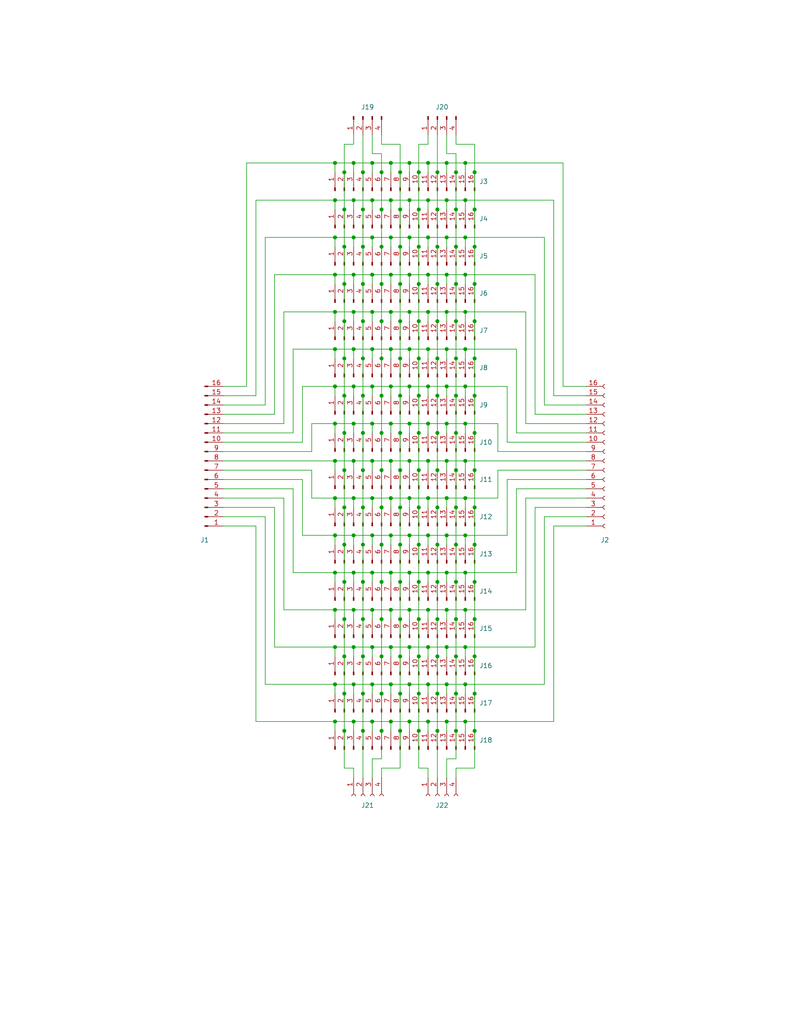
<source format=kicad_sch>
(kicad_sch (version 20230121) (generator eeschema)
  (paper "A" portrait)
  (lib_symbols
    (symbol "Connector:Conn_01x04_Pin" (pin_names (offset 1.016) hide)
      (property "Reference" "J" (at 0 5.08 0))
      (property "Value" "Conn_01x04_Pin" (at 0 -7.62 0))
      (symbol "Conn_01x04_Pin_1_1"
        (polyline (pts (xy 1.27 -5.08) (xy 0.8636 -5.08)) (stroke (width 0.1524)))
        (polyline (pts (xy 1.27 -2.54) (xy 0.8636 -2.54)) (stroke (width 0.1524)))
        (polyline (pts (xy 1.27 0) (xy 0.8636 0)) (stroke (width 0.1524)))
        (polyline (pts (xy 1.27 2.54) (xy 0.8636 2.54)) (stroke (width 0.1524)))
        (rectangle (start 0.8636 -4.953) (end 0 -5.207) (stroke (width 0.1524)) (fill (type outline)))
        (rectangle (start 0.8636 -2.413) (end 0 -2.667) (stroke (width 0.1524)) (fill (type outline)))
        (rectangle (start 0.8636 0.127) (end 0 -0.127) (stroke (width 0.1524)) (fill (type outline)))
        (rectangle (start 0.8636 2.667) (end 0 2.413) (stroke (width 0.1524)) (fill (type outline)))
        (pin passive line (at 5.08 2.54 180) (length 3.81) (name "Pin_1") (number "1"))
        (pin passive line (at 5.08 0 180) (length 3.81) (name "Pin_2") (number "2"))
        (pin passive line (at 5.08 -2.54 180) (length 3.81) (name "Pin_3") (number "3"))
        (pin passive line (at 5.08 -5.08 180) (length 3.81) (name "Pin_4") (number "4"))
      )
    )
    (symbol "Connector:Conn_01x04_Socket" (pin_names (offset 1.016) hide)
      (property "Reference" "J" (at 0 5.08 0))
      (property "Value" "Conn_01x04_Socket" (at 0 -7.62 0))
      (symbol "Conn_01x04_Socket_1_1"
        (arc (start 0 -4.572) (mid -0.5058 -5.08) (end 0 -5.588) (stroke (width 0.1524)))
        (arc (start 0 -2.032) (mid -0.5058 -2.54) (end 0 -3.048) (stroke (width 0.1524)))
        (polyline (pts (xy -1.27 -5.08) (xy -0.508 -5.08)) (stroke (width 0.1524)))
        (polyline (pts (xy -1.27 -2.54) (xy -0.508 -2.54)) (stroke (width 0.1524)))
        (polyline (pts (xy -1.27 0) (xy -0.508 0)) (stroke (width 0.1524)))
        (polyline (pts (xy -1.27 2.54) (xy -0.508 2.54)) (stroke (width 0.1524)))
        (arc (start 0 0.508) (mid -0.5058 0) (end 0 -0.508) (stroke (width 0.1524)))
        (arc (start 0 3.048) (mid -0.5058 2.54) (end 0 2.032) (stroke (width 0.1524)))
        (pin passive line (at -5.08 2.54 0) (length 3.81) (name "Pin_1") (number "1"))
        (pin passive line (at -5.08 0 0) (length 3.81) (name "Pin_2") (number "2"))
        (pin passive line (at -5.08 -2.54 0) (length 3.81) (name "Pin_3") (number "3"))
        (pin passive line (at -5.08 -5.08 0) (length 3.81) (name "Pin_4") (number "4"))
      )
    )
    (symbol "Connector:Conn_01x16_Pin" (pin_names (offset 1.016) hide)
      (property "Reference" "J" (at 0 20.32 0))
      (property "Value" "Conn_01x16_Pin" (at 0 -22.86 0))
      (symbol "Conn_01x16_Pin_1_1"
        (polyline (pts (xy 1.27 -20.32) (xy 0.8636 -20.32)) (stroke (width 0.1524)))
        (polyline (pts (xy 1.27 -17.78) (xy 0.8636 -17.78)) (stroke (width 0.1524)))
        (polyline (pts (xy 1.27 -15.24) (xy 0.8636 -15.24)) (stroke (width 0.1524)))
        (polyline (pts (xy 1.27 -12.7) (xy 0.8636 -12.7)) (stroke (width 0.1524)))
        (polyline (pts (xy 1.27 -10.16) (xy 0.8636 -10.16)) (stroke (width 0.1524)))
        (polyline (pts (xy 1.27 -7.62) (xy 0.8636 -7.62)) (stroke (width 0.1524)))
        (polyline (pts (xy 1.27 -5.08) (xy 0.8636 -5.08)) (stroke (width 0.1524)))
        (polyline (pts (xy 1.27 -2.54) (xy 0.8636 -2.54)) (stroke (width 0.1524)))
        (polyline (pts (xy 1.27 0) (xy 0.8636 0)) (stroke (width 0.1524)))
        (polyline (pts (xy 1.27 2.54) (xy 0.8636 2.54)) (stroke (width 0.1524)))
        (polyline (pts (xy 1.27 5.08) (xy 0.8636 5.08)) (stroke (width 0.1524)))
        (polyline (pts (xy 1.27 7.62) (xy 0.8636 7.62)) (stroke (width 0.1524)))
        (polyline (pts (xy 1.27 10.16) (xy 0.8636 10.16)) (stroke (width 0.1524)))
        (polyline (pts (xy 1.27 12.7) (xy 0.8636 12.7)) (stroke (width 0.1524)))
        (polyline (pts (xy 1.27 15.24) (xy 0.8636 15.24)) (stroke (width 0.1524)))
        (polyline (pts (xy 1.27 17.78) (xy 0.8636 17.78)) (stroke (width 0.1524)))
        (rectangle (start 0.8636 -20.193) (end 0 -20.447) (stroke (width 0.1524)) (fill (type outline)))
        (rectangle (start 0.8636 -17.653) (end 0 -17.907) (stroke (width 0.1524)) (fill (type outline)))
        (rectangle (start 0.8636 -15.113) (end 0 -15.367) (stroke (width 0.1524)) (fill (type outline)))
        (rectangle (start 0.8636 -12.573) (end 0 -12.827) (stroke (width 0.1524)) (fill (type outline)))
        (rectangle (start 0.8636 -10.033) (end 0 -10.287) (stroke (width 0.1524)) (fill (type outline)))
        (rectangle (start 0.8636 -7.493) (end 0 -7.747) (stroke (width 0.1524)) (fill (type outline)))
        (rectangle (start 0.8636 -4.953) (end 0 -5.207) (stroke (width 0.1524)) (fill (type outline)))
        (rectangle (start 0.8636 -2.413) (end 0 -2.667) (stroke (width 0.1524)) (fill (type outline)))
        (rectangle (start 0.8636 0.127) (end 0 -0.127) (stroke (width 0.1524)) (fill (type outline)))
        (rectangle (start 0.8636 2.667) (end 0 2.413) (stroke (width 0.1524)) (fill (type outline)))
        (rectangle (start 0.8636 5.207) (end 0 4.953) (stroke (width 0.1524)) (fill (type outline)))
        (rectangle (start 0.8636 7.747) (end 0 7.493) (stroke (width 0.1524)) (fill (type outline)))
        (rectangle (start 0.8636 10.287) (end 0 10.033) (stroke (width 0.1524)) (fill (type outline)))
        (rectangle (start 0.8636 12.827) (end 0 12.573) (stroke (width 0.1524)) (fill (type outline)))
        (rectangle (start 0.8636 15.367) (end 0 15.113) (stroke (width 0.1524)) (fill (type outline)))
        (rectangle (start 0.8636 17.907) (end 0 17.653) (stroke (width 0.1524)) (fill (type outline)))
        (pin passive line (at 5.08 17.78 180) (length 3.81) (name "Pin_1") (number "1"))
        (pin passive line (at 5.08 -5.08 180) (length 3.81) (name "Pin_10") (number "10"))
        (pin passive line (at 5.08 -7.62 180) (length 3.81) (name "Pin_11") (number "11"))
        (pin passive line (at 5.08 -10.16 180) (length 3.81) (name "Pin_12") (number "12"))
        (pin passive line (at 5.08 -12.7 180) (length 3.81) (name "Pin_13") (number "13"))
        (pin passive line (at 5.08 -15.24 180) (length 3.81) (name "Pin_14") (number "14"))
        (pin passive line (at 5.08 -17.78 180) (length 3.81) (name "Pin_15") (number "15"))
        (pin passive line (at 5.08 -20.32 180) (length 3.81) (name "Pin_16") (number "16"))
        (pin passive line (at 5.08 15.24 180) (length 3.81) (name "Pin_2") (number "2"))
        (pin passive line (at 5.08 12.7 180) (length 3.81) (name "Pin_3") (number "3"))
        (pin passive line (at 5.08 10.16 180) (length 3.81) (name "Pin_4") (number "4"))
        (pin passive line (at 5.08 7.62 180) (length 3.81) (name "Pin_5") (number "5"))
        (pin passive line (at 5.08 5.08 180) (length 3.81) (name "Pin_6") (number "6"))
        (pin passive line (at 5.08 2.54 180) (length 3.81) (name "Pin_7") (number "7"))
        (pin passive line (at 5.08 0 180) (length 3.81) (name "Pin_8") (number "8"))
        (pin passive line (at 5.08 -2.54 180) (length 3.81) (name "Pin_9") (number "9"))
      )
    )
    (symbol "Connector:Conn_01x16_Socket" (pin_names (offset 1.016) hide)
      (property "Reference" "J" (at 0 20.32 0))
      (property "Value" "Conn_01x16_Socket" (at 0 -22.86 0))
      (symbol "Conn_01x16_Socket_1_1"
        (arc (start 0 -19.812) (mid -0.5058 -20.32) (end 0 -20.828) (stroke (width 0.1524)))
        (arc (start 0 -17.272) (mid -0.5058 -17.78) (end 0 -18.288) (stroke (width 0.1524)))
        (arc (start 0 -14.732) (mid -0.5058 -15.24) (end 0 -15.748) (stroke (width 0.1524)))
        (arc (start 0 -12.192) (mid -0.5058 -12.7) (end 0 -13.208) (stroke (width 0.1524)))
        (arc (start 0 -9.652) (mid -0.5058 -10.16) (end 0 -10.668) (stroke (width 0.1524)))
        (arc (start 0 -7.112) (mid -0.5058 -7.62) (end 0 -8.128) (stroke (width 0.1524)))
        (arc (start 0 -4.572) (mid -0.5058 -5.08) (end 0 -5.588) (stroke (width 0.1524)))
        (arc (start 0 -2.032) (mid -0.5058 -2.54) (end 0 -3.048) (stroke (width 0.1524)))
        (polyline (pts (xy -1.27 -20.32) (xy -0.508 -20.32)) (stroke (width 0.1524)))
        (polyline (pts (xy -1.27 -17.78) (xy -0.508 -17.78)) (stroke (width 0.1524)))
        (polyline (pts (xy -1.27 -15.24) (xy -0.508 -15.24)) (stroke (width 0.1524)))
        (polyline (pts (xy -1.27 -12.7) (xy -0.508 -12.7)) (stroke (width 0.1524)))
        (polyline (pts (xy -1.27 -10.16) (xy -0.508 -10.16)) (stroke (width 0.1524)))
        (polyline (pts (xy -1.27 -7.62) (xy -0.508 -7.62)) (stroke (width 0.1524)))
        (polyline (pts (xy -1.27 -5.08) (xy -0.508 -5.08)) (stroke (width 0.1524)))
        (polyline (pts (xy -1.27 -2.54) (xy -0.508 -2.54)) (stroke (width 0.1524)))
        (polyline (pts (xy -1.27 0) (xy -0.508 0)) (stroke (width 0.1524)))
        (polyline (pts (xy -1.27 2.54) (xy -0.508 2.54)) (stroke (width 0.1524)))
        (polyline (pts (xy -1.27 5.08) (xy -0.508 5.08)) (stroke (width 0.1524)))
        (polyline (pts (xy -1.27 7.62) (xy -0.508 7.62)) (stroke (width 0.1524)))
        (polyline (pts (xy -1.27 10.16) (xy -0.508 10.16)) (stroke (width 0.1524)))
        (polyline (pts (xy -1.27 12.7) (xy -0.508 12.7)) (stroke (width 0.1524)))
        (polyline (pts (xy -1.27 15.24) (xy -0.508 15.24)) (stroke (width 0.1524)))
        (polyline (pts (xy -1.27 17.78) (xy -0.508 17.78)) (stroke (width 0.1524)))
        (arc (start 0 0.508) (mid -0.5058 0) (end 0 -0.508) (stroke (width 0.1524)))
        (arc (start 0 3.048) (mid -0.5058 2.54) (end 0 2.032) (stroke (width 0.1524)))
        (arc (start 0 5.588) (mid -0.5058 5.08) (end 0 4.572) (stroke (width 0.1524)))
        (arc (start 0 8.128) (mid -0.5058 7.62) (end 0 7.112) (stroke (width 0.1524)))
        (arc (start 0 10.668) (mid -0.5058 10.16) (end 0 9.652) (stroke (width 0.1524)))
        (arc (start 0 13.208) (mid -0.5058 12.7) (end 0 12.192) (stroke (width 0.1524)))
        (arc (start 0 15.748) (mid -0.5058 15.24) (end 0 14.732) (stroke (width 0.1524)))
        (arc (start 0 18.288) (mid -0.5058 17.78) (end 0 17.272) (stroke (width 0.1524)))
        (pin passive line (at -5.08 17.78 0) (length 3.81) (name "Pin_1") (number "1"))
        (pin passive line (at -5.08 -5.08 0) (length 3.81) (name "Pin_10") (number "10"))
        (pin passive line (at -5.08 -7.62 0) (length 3.81) (name "Pin_11") (number "11"))
        (pin passive line (at -5.08 -10.16 0) (length 3.81) (name "Pin_12") (number "12"))
        (pin passive line (at -5.08 -12.7 0) (length 3.81) (name "Pin_13") (number "13"))
        (pin passive line (at -5.08 -15.24 0) (length 3.81) (name "Pin_14") (number "14"))
        (pin passive line (at -5.08 -17.78 0) (length 3.81) (name "Pin_15") (number "15"))
        (pin passive line (at -5.08 -20.32 0) (length 3.81) (name "Pin_16") (number "16"))
        (pin passive line (at -5.08 15.24 0) (length 3.81) (name "Pin_2") (number "2"))
        (pin passive line (at -5.08 12.7 0) (length 3.81) (name "Pin_3") (number "3"))
        (pin passive line (at -5.08 10.16 0) (length 3.81) (name "Pin_4") (number "4"))
        (pin passive line (at -5.08 7.62 0) (length 3.81) (name "Pin_5") (number "5"))
        (pin passive line (at -5.08 5.08 0) (length 3.81) (name "Pin_6") (number "6"))
        (pin passive line (at -5.08 2.54 0) (length 3.81) (name "Pin_7") (number "7"))
        (pin passive line (at -5.08 0 0) (length 3.81) (name "Pin_8") (number "8"))
        (pin passive line (at -5.08 -2.54 0) (length 3.81) (name "Pin_9") (number "9"))
      )
    )
  )
  (junction (at 129.54 148.59))
  (junction (at 114.3 67.31))
  (junction (at 99.06 87.63))
  (junction (at 129.54 168.91))
  (junction (at 104.14 199.39))
  (junction (at 129.54 118.11))
  (junction (at 109.22 77.47))
  (junction (at 111.76 166.37))
  (junction (at 116.84 105.41))
  (junction (at 129.54 128.27))
  (junction (at 121.92 186.69))
  (junction (at 121.92 95.25))
  (junction (at 109.22 46.99))
  (junction (at 93.98 168.91))
  (junction (at 109.22 168.91))
  (junction (at 116.84 156.21))
  (junction (at 91.44 115.57))
  (junction (at 111.76 74.93))
  (junction (at 101.6 125.73))
  (junction (at 114.3 46.99))
  (junction (at 111.76 54.61))
  (junction (at 96.52 85.09))
  (junction (at 129.54 107.95))
  (junction (at 111.76 156.21))
  (junction (at 121.92 115.57))
  (junction (at 127 85.09))
  (junction (at 116.84 115.57))
  (junction (at 124.46 77.47))
  (junction (at 106.68 125.73))
  (junction (at 129.54 57.15))
  (junction (at 114.3 199.39))
  (junction (at 114.3 77.47))
  (junction (at 127 135.89))
  (junction (at 127 196.85))
  (junction (at 114.3 87.63))
  (junction (at 116.84 85.09))
  (junction (at 91.44 146.05))
  (junction (at 104.14 179.07))
  (junction (at 106.68 54.61))
  (junction (at 109.22 189.23))
  (junction (at 109.22 57.15))
  (junction (at 99.06 97.79))
  (junction (at 127 115.57))
  (junction (at 111.76 64.77))
  (junction (at 96.52 74.93))
  (junction (at 111.76 176.53))
  (junction (at 93.98 189.23))
  (junction (at 116.84 44.45))
  (junction (at 93.98 118.11))
  (junction (at 119.38 57.15))
  (junction (at 127 105.41))
  (junction (at 114.3 107.95))
  (junction (at 96.52 196.85))
  (junction (at 116.84 95.25))
  (junction (at 124.46 199.39))
  (junction (at 101.6 196.85))
  (junction (at 96.52 115.57))
  (junction (at 93.98 97.79))
  (junction (at 96.52 54.61))
  (junction (at 124.46 158.75))
  (junction (at 106.68 105.41))
  (junction (at 119.38 77.47))
  (junction (at 121.92 105.41))
  (junction (at 124.46 179.07))
  (junction (at 101.6 44.45))
  (junction (at 121.92 146.05))
  (junction (at 101.6 85.09))
  (junction (at 124.46 148.59))
  (junction (at 127 156.21))
  (junction (at 109.22 107.95))
  (junction (at 111.76 125.73))
  (junction (at 124.46 97.79))
  (junction (at 119.38 189.23))
  (junction (at 101.6 166.37))
  (junction (at 116.84 64.77))
  (junction (at 114.3 158.75))
  (junction (at 101.6 54.61))
  (junction (at 99.06 189.23))
  (junction (at 96.52 176.53))
  (junction (at 104.14 158.75))
  (junction (at 114.3 57.15))
  (junction (at 91.44 156.21))
  (junction (at 96.52 105.41))
  (junction (at 127 166.37))
  (junction (at 114.3 128.27))
  (junction (at 124.46 107.95))
  (junction (at 127 54.61))
  (junction (at 109.22 138.43))
  (junction (at 116.84 196.85))
  (junction (at 104.14 138.43))
  (junction (at 99.06 57.15))
  (junction (at 104.14 148.59))
  (junction (at 99.06 199.39))
  (junction (at 104.14 189.23))
  (junction (at 91.44 125.73))
  (junction (at 119.38 46.99))
  (junction (at 124.46 168.91))
  (junction (at 111.76 186.69))
  (junction (at 96.52 95.25))
  (junction (at 96.52 146.05))
  (junction (at 109.22 87.63))
  (junction (at 104.14 168.91))
  (junction (at 124.46 128.27))
  (junction (at 101.6 95.25))
  (junction (at 93.98 199.39))
  (junction (at 96.52 125.73))
  (junction (at 127 74.93))
  (junction (at 114.3 118.11))
  (junction (at 93.98 158.75))
  (junction (at 99.06 77.47))
  (junction (at 119.38 97.79))
  (junction (at 114.3 189.23))
  (junction (at 124.46 46.99))
  (junction (at 111.76 95.25))
  (junction (at 93.98 138.43))
  (junction (at 101.6 135.89))
  (junction (at 104.14 107.95))
  (junction (at 124.46 118.11))
  (junction (at 119.38 158.75))
  (junction (at 91.44 196.85))
  (junction (at 109.22 148.59))
  (junction (at 119.38 199.39))
  (junction (at 99.06 107.95))
  (junction (at 91.44 176.53))
  (junction (at 129.54 179.07))
  (junction (at 129.54 77.47))
  (junction (at 127 125.73))
  (junction (at 101.6 64.77))
  (junction (at 111.76 44.45))
  (junction (at 124.46 67.31))
  (junction (at 99.06 128.27))
  (junction (at 114.3 168.91))
  (junction (at 119.38 118.11))
  (junction (at 104.14 77.47))
  (junction (at 119.38 67.31))
  (junction (at 109.22 128.27))
  (junction (at 127 64.77))
  (junction (at 121.92 196.85))
  (junction (at 106.68 135.89))
  (junction (at 91.44 44.45))
  (junction (at 111.76 85.09))
  (junction (at 121.92 176.53))
  (junction (at 91.44 95.25))
  (junction (at 91.44 135.89))
  (junction (at 99.06 67.31))
  (junction (at 119.38 138.43))
  (junction (at 99.06 118.11))
  (junction (at 93.98 179.07))
  (junction (at 121.92 74.93))
  (junction (at 93.98 107.95))
  (junction (at 119.38 87.63))
  (junction (at 91.44 186.69))
  (junction (at 129.54 138.43))
  (junction (at 106.68 44.45))
  (junction (at 106.68 176.53))
  (junction (at 127 176.53))
  (junction (at 104.14 57.15))
  (junction (at 99.06 138.43))
  (junction (at 127 95.25))
  (junction (at 116.84 125.73))
  (junction (at 93.98 128.27))
  (junction (at 111.76 115.57))
  (junction (at 114.3 148.59))
  (junction (at 116.84 74.93))
  (junction (at 121.92 125.73))
  (junction (at 109.22 179.07))
  (junction (at 106.68 115.57))
  (junction (at 99.06 158.75))
  (junction (at 121.92 64.77))
  (junction (at 109.22 118.11))
  (junction (at 114.3 179.07))
  (junction (at 101.6 146.05))
  (junction (at 96.52 64.77))
  (junction (at 106.68 156.21))
  (junction (at 129.54 158.75))
  (junction (at 111.76 146.05))
  (junction (at 129.54 189.23))
  (junction (at 124.46 189.23))
  (junction (at 124.46 57.15))
  (junction (at 101.6 176.53))
  (junction (at 101.6 105.41))
  (junction (at 116.84 146.05))
  (junction (at 106.68 166.37))
  (junction (at 96.52 156.21))
  (junction (at 104.14 128.27))
  (junction (at 109.22 67.31))
  (junction (at 91.44 166.37))
  (junction (at 109.22 158.75))
  (junction (at 121.92 156.21))
  (junction (at 104.14 46.99))
  (junction (at 104.14 87.63))
  (junction (at 106.68 186.69))
  (junction (at 119.38 168.91))
  (junction (at 93.98 77.47))
  (junction (at 104.14 67.31))
  (junction (at 96.52 166.37))
  (junction (at 101.6 156.21))
  (junction (at 96.52 135.89))
  (junction (at 124.46 87.63))
  (junction (at 111.76 135.89))
  (junction (at 111.76 105.41))
  (junction (at 109.22 199.39))
  (junction (at 101.6 74.93))
  (junction (at 129.54 97.79))
  (junction (at 106.68 196.85))
  (junction (at 116.84 176.53))
  (junction (at 127 146.05))
  (junction (at 99.06 148.59))
  (junction (at 96.52 186.69))
  (junction (at 129.54 67.31))
  (junction (at 114.3 138.43))
  (junction (at 119.38 179.07))
  (junction (at 91.44 74.93))
  (junction (at 116.84 186.69))
  (junction (at 104.14 118.11))
  (junction (at 106.68 95.25))
  (junction (at 99.06 179.07))
  (junction (at 93.98 87.63))
  (junction (at 121.92 44.45))
  (junction (at 91.44 85.09))
  (junction (at 93.98 57.15))
  (junction (at 127 186.69))
  (junction (at 99.06 168.91))
  (junction (at 101.6 115.57))
  (junction (at 121.92 166.37))
  (junction (at 101.6 186.69))
  (junction (at 127 44.45))
  (junction (at 129.54 199.39))
  (junction (at 106.68 85.09))
  (junction (at 129.54 87.63))
  (junction (at 116.84 54.61))
  (junction (at 121.92 54.61))
  (junction (at 96.52 44.45))
  (junction (at 116.84 135.89))
  (junction (at 93.98 46.99))
  (junction (at 121.92 85.09))
  (junction (at 119.38 148.59))
  (junction (at 116.84 166.37))
  (junction (at 104.14 97.79))
  (junction (at 93.98 67.31))
  (junction (at 91.44 64.77))
  (junction (at 106.68 146.05))
  (junction (at 129.54 46.99))
  (junction (at 91.44 54.61))
  (junction (at 124.46 138.43))
  (junction (at 111.76 196.85))
  (junction (at 99.06 46.99))
  (junction (at 93.98 148.59))
  (junction (at 114.3 97.79))
  (junction (at 91.44 105.41))
  (junction (at 109.22 97.79))
  (junction (at 106.68 64.77))
  (junction (at 106.68 74.93))
  (junction (at 121.92 135.89))
  (junction (at 119.38 128.27))
  (junction (at 119.38 107.95))
  (wire (pts (xy 111.76 176.53) (xy 116.84 176.53)))
  (wire (pts (xy 111.76 186.69) (xy 116.84 186.69)))
  (wire (pts (xy 127 196.85) (xy 127 199.39)))
  (wire (pts (xy 114.3 199.39) (xy 114.3 209.55)))
  (wire (pts (xy 93.98 179.07) (xy 93.98 189.23)))
  (wire (pts (xy 127 85.09) (xy 127 87.63)))
  (wire (pts (xy 99.06 189.23) (xy 99.06 199.39)))
  (wire (pts (xy 121.92 74.93) (xy 127 74.93)))
  (wire (pts (xy 77.47 115.57) (xy 60.96 115.57)))
  (wire (pts (xy 116.84 209.55) (xy 114.3 209.55)))
  (wire (pts (xy 106.68 176.53) (xy 106.68 179.07)))
  (wire (pts (xy 121.92 95.25) (xy 121.92 97.79)))
  (wire (pts (xy 101.6 135.89) (xy 101.6 138.43)))
  (wire (pts (xy 80.01 133.35) (xy 80.01 156.21)))
  (wire (pts (xy 114.3 168.91) (xy 114.3 179.07)))
  (wire (pts (xy 127 95.25) (xy 140.97 95.25)))
  (wire (pts (xy 101.6 146.05) (xy 106.68 146.05)))
  (wire (pts (xy 160.02 138.43) (xy 146.05 138.43)))
  (wire (pts (xy 91.44 146.05) (xy 91.44 148.59)))
  (wire (pts (xy 106.68 54.61) (xy 111.76 54.61)))
  (wire (pts (xy 124.46 158.75) (xy 124.46 168.91)))
  (wire (pts (xy 96.52 85.09) (xy 101.6 85.09)))
  (wire (pts (xy 93.98 57.15) (xy 93.98 67.31)))
  (wire (pts (xy 104.14 107.95) (xy 104.14 118.11)))
  (wire (pts (xy 124.46 199.39) (xy 124.46 207.01)))
  (wire (pts (xy 124.46 128.27) (xy 124.46 138.43)))
  (wire (pts (xy 116.84 115.57) (xy 121.92 115.57)))
  (wire (pts (xy 91.44 186.69) (xy 91.44 189.23)))
  (wire (pts (xy 96.52 54.61) (xy 96.52 57.15)))
  (wire (pts (xy 121.92 41.91) (xy 124.46 41.91)))
  (wire (pts (xy 114.3 39.37) (xy 114.3 46.99)))
  (wire (pts (xy 106.68 115.57) (xy 106.68 118.11)))
  (wire (pts (xy 109.22 148.59) (xy 109.22 158.75)))
  (wire (pts (xy 104.14 158.75) (xy 104.14 168.91)))
  (wire (pts (xy 72.39 140.97) (xy 60.96 140.97)))
  (wire (pts (xy 85.09 115.57) (xy 91.44 115.57)))
  (wire (pts (xy 106.68 135.89) (xy 106.68 138.43)))
  (wire (pts (xy 96.52 54.61) (xy 101.6 54.61)))
  (wire (pts (xy 99.06 46.99) (xy 99.06 57.15)))
  (wire (pts (xy 111.76 135.89) (xy 116.84 135.89)))
  (wire (pts (xy 69.85 196.85) (xy 91.44 196.85)))
  (wire (pts (xy 121.92 115.57) (xy 127 115.57)))
  (wire (pts (xy 77.47 85.09) (xy 77.47 115.57)))
  (wire (pts (xy 93.98 189.23) (xy 93.98 199.39)))
  (wire (pts (xy 127 74.93) (xy 127 77.47)))
  (wire (pts (xy 106.68 146.05) (xy 111.76 146.05)))
  (wire (pts (xy 104.14 118.11) (xy 104.14 128.27)))
  (wire (pts (xy 121.92 176.53) (xy 121.92 179.07)))
  (wire (pts (xy 127 186.69) (xy 127 189.23)))
  (wire (pts (xy 119.38 199.39) (xy 119.38 212.09)))
  (wire (pts (xy 111.76 146.05) (xy 111.76 148.59)))
  (wire (pts (xy 93.98 77.47) (xy 93.98 87.63)))
  (wire (pts (xy 111.76 115.57) (xy 111.76 118.11)))
  (wire (pts (xy 124.46 87.63) (xy 124.46 97.79)))
  (wire (pts (xy 129.54 39.37) (xy 129.54 46.99)))
  (wire (pts (xy 80.01 118.11) (xy 80.01 95.25)))
  (wire (pts (xy 101.6 125.73) (xy 106.68 125.73)))
  (wire (pts (xy 129.54 168.91) (xy 129.54 179.07)))
  (wire (pts (xy 85.09 128.27) (xy 85.09 135.89)))
  (wire (pts (xy 127 44.45) (xy 153.67 44.45)))
  (wire (pts (xy 96.52 135.89) (xy 101.6 135.89)))
  (wire (pts (xy 146.05 113.03) (xy 146.05 74.93)))
  (wire (pts (xy 124.46 107.95) (xy 124.46 118.11)))
  (wire (pts (xy 91.44 64.77) (xy 91.44 67.31)))
  (wire (pts (xy 60.96 118.11) (xy 80.01 118.11)))
  (wire (pts (xy 101.6 166.37) (xy 101.6 168.91)))
  (wire (pts (xy 106.68 135.89) (xy 111.76 135.89)))
  (wire (pts (xy 104.14 179.07) (xy 104.14 189.23)))
  (wire (pts (xy 121.92 105.41) (xy 121.92 107.95)))
  (wire (pts (xy 143.51 135.89) (xy 160.02 135.89)))
  (wire (pts (xy 96.52 186.69) (xy 96.52 189.23)))
  (wire (pts (xy 104.14 87.63) (xy 104.14 97.79)))
  (wire (pts (xy 93.98 87.63) (xy 93.98 97.79)))
  (wire (pts (xy 129.54 199.39) (xy 129.54 209.55)))
  (wire (pts (xy 160.02 133.35) (xy 140.97 133.35)))
  (wire (pts (xy 116.84 54.61) (xy 116.84 57.15)))
  (wire (pts (xy 124.46 39.37) (xy 129.54 39.37)))
  (wire (pts (xy 114.3 138.43) (xy 114.3 148.59)))
  (wire (pts (xy 124.46 179.07) (xy 124.46 189.23)))
  (wire (pts (xy 99.06 107.95) (xy 99.06 118.11)))
  (wire (pts (xy 91.44 166.37) (xy 96.52 166.37)))
  (wire (pts (xy 111.76 166.37) (xy 116.84 166.37)))
  (wire (pts (xy 119.38 36.83) (xy 119.38 46.99)))
  (wire (pts (xy 96.52 115.57) (xy 96.52 118.11)))
  (wire (pts (xy 160.02 107.95) (xy 151.13 107.95)))
  (wire (pts (xy 121.92 186.69) (xy 121.92 189.23)))
  (wire (pts (xy 104.14 36.83) (xy 104.14 39.37)))
  (wire (pts (xy 119.38 46.99) (xy 119.38 57.15)))
  (wire (pts (xy 109.22 46.99) (xy 109.22 57.15)))
  (wire (pts (xy 99.06 57.15) (xy 99.06 67.31)))
  (wire (pts (xy 101.6 186.69) (xy 101.6 189.23)))
  (wire (pts (xy 111.76 95.25) (xy 116.84 95.25)))
  (wire (pts (xy 106.68 74.93) (xy 111.76 74.93)))
  (wire (pts (xy 111.76 196.85) (xy 111.76 199.39)))
  (wire (pts (xy 109.22 57.15) (xy 109.22 67.31)))
  (wire (pts (xy 116.84 186.69) (xy 116.84 189.23)))
  (wire (pts (xy 116.84 146.05) (xy 121.92 146.05)))
  (wire (pts (xy 127 64.77) (xy 148.59 64.77)))
  (wire (pts (xy 96.52 156.21) (xy 96.52 158.75)))
  (wire (pts (xy 101.6 74.93) (xy 106.68 74.93)))
  (wire (pts (xy 129.54 97.79) (xy 129.54 107.95)))
  (wire (pts (xy 101.6 156.21) (xy 106.68 156.21)))
  (wire (pts (xy 121.92 85.09) (xy 121.92 87.63)))
  (wire (pts (xy 106.68 196.85) (xy 106.68 199.39)))
  (wire (pts (xy 116.84 166.37) (xy 121.92 166.37)))
  (wire (pts (xy 106.68 146.05) (xy 106.68 148.59)))
  (wire (pts (xy 127 156.21) (xy 127 158.75)))
  (wire (pts (xy 116.84 85.09) (xy 121.92 85.09)))
  (wire (pts (xy 74.93 138.43) (xy 74.93 176.53)))
  (wire (pts (xy 104.14 57.15) (xy 104.14 67.31)))
  (wire (pts (xy 96.52 74.93) (xy 101.6 74.93)))
  (wire (pts (xy 121.92 105.41) (xy 127 105.41)))
  (wire (pts (xy 91.44 135.89) (xy 91.44 138.43)))
  (wire (pts (xy 151.13 143.51) (xy 151.13 196.85)))
  (wire (pts (xy 127 125.73) (xy 160.02 125.73)))
  (wire (pts (xy 91.44 95.25) (xy 91.44 97.79)))
  (wire (pts (xy 93.98 118.11) (xy 93.98 128.27)))
  (wire (pts (xy 146.05 138.43) (xy 146.05 176.53)))
  (wire (pts (xy 104.14 209.55) (xy 109.22 209.55)))
  (wire (pts (xy 116.84 39.37) (xy 114.3 39.37)))
  (wire (pts (xy 111.76 146.05) (xy 116.84 146.05)))
  (wire (pts (xy 106.68 125.73) (xy 111.76 125.73)))
  (wire (pts (xy 104.14 128.27) (xy 104.14 138.43)))
  (wire (pts (xy 106.68 186.69) (xy 106.68 189.23)))
  (wire (pts (xy 77.47 166.37) (xy 91.44 166.37)))
  (wire (pts (xy 72.39 186.69) (xy 91.44 186.69)))
  (wire (pts (xy 96.52 212.09) (xy 96.52 209.55)))
  (wire (pts (xy 101.6 135.89) (xy 106.68 135.89)))
  (wire (pts (xy 91.44 105.41) (xy 91.44 107.95)))
  (wire (pts (xy 135.89 128.27) (xy 135.89 135.89)))
  (wire (pts (xy 116.84 115.57) (xy 116.84 118.11)))
  (wire (pts (xy 91.44 186.69) (xy 96.52 186.69)))
  (wire (pts (xy 109.22 118.11) (xy 109.22 128.27)))
  (wire (pts (xy 82.55 130.81) (xy 82.55 146.05)))
  (wire (pts (xy 77.47 135.89) (xy 60.96 135.89)))
  (wire (pts (xy 116.84 105.41) (xy 116.84 107.95)))
  (wire (pts (xy 114.3 189.23) (xy 114.3 199.39)))
  (wire (pts (xy 116.84 156.21) (xy 116.84 158.75)))
  (wire (pts (xy 127 54.61) (xy 151.13 54.61)))
  (wire (pts (xy 111.76 85.09) (xy 116.84 85.09)))
  (wire (pts (xy 106.68 105.41) (xy 106.68 107.95)))
  (wire (pts (xy 111.76 64.77) (xy 116.84 64.77)))
  (wire (pts (xy 116.84 95.25) (xy 121.92 95.25)))
  (wire (pts (xy 114.3 118.11) (xy 114.3 128.27)))
  (wire (pts (xy 129.54 118.11) (xy 129.54 128.27)))
  (wire (pts (xy 99.06 97.79) (xy 99.06 107.95)))
  (wire (pts (xy 91.44 115.57) (xy 91.44 118.11)))
  (wire (pts (xy 121.92 135.89) (xy 127 135.89)))
  (wire (pts (xy 91.44 64.77) (xy 96.52 64.77)))
  (wire (pts (xy 91.44 95.25) (xy 96.52 95.25)))
  (wire (pts (xy 129.54 87.63) (xy 129.54 97.79)))
  (wire (pts (xy 101.6 186.69) (xy 106.68 186.69)))
  (wire (pts (xy 138.43 130.81) (xy 138.43 146.05)))
  (wire (pts (xy 111.76 135.89) (xy 111.76 138.43)))
  (wire (pts (xy 111.76 196.85) (xy 116.84 196.85)))
  (wire (pts (xy 129.54 148.59) (xy 129.54 158.75)))
  (wire (pts (xy 99.06 148.59) (xy 99.06 158.75)))
  (wire (pts (xy 74.93 176.53) (xy 91.44 176.53)))
  (wire (pts (xy 109.22 87.63) (xy 109.22 97.79)))
  (wire (pts (xy 82.55 105.41) (xy 82.55 120.65)))
  (wire (pts (xy 93.98 128.27) (xy 93.98 138.43)))
  (wire (pts (xy 93.98 158.75) (xy 93.98 168.91)))
  (wire (pts (xy 116.84 64.77) (xy 121.92 64.77)))
  (wire (pts (xy 114.3 67.31) (xy 114.3 77.47)))
  (wire (pts (xy 101.6 36.83) (xy 101.6 41.91)))
  (wire (pts (xy 96.52 166.37) (xy 101.6 166.37)))
  (wire (pts (xy 143.51 166.37) (xy 143.51 135.89)))
  (wire (pts (xy 121.92 54.61) (xy 127 54.61)))
  (wire (pts (xy 124.46 148.59) (xy 124.46 158.75)))
  (wire (pts (xy 106.68 166.37) (xy 106.68 168.91)))
  (wire (pts (xy 124.46 77.47) (xy 124.46 87.63)))
  (wire (pts (xy 116.84 166.37) (xy 116.84 168.91)))
  (wire (pts (xy 72.39 64.77) (xy 72.39 110.49)))
  (wire (pts (xy 101.6 207.01) (xy 104.14 207.01)))
  (wire (pts (xy 124.46 138.43) (xy 124.46 148.59)))
  (wire (pts (xy 116.84 44.45) (xy 116.84 46.99)))
  (wire (pts (xy 124.46 36.83) (xy 124.46 39.37)))
  (wire (pts (xy 111.76 54.61) (xy 111.76 57.15)))
  (wire (pts (xy 121.92 64.77) (xy 127 64.77)))
  (wire (pts (xy 116.84 146.05) (xy 116.84 148.59)))
  (wire (pts (xy 96.52 196.85) (xy 96.52 199.39)))
  (wire (pts (xy 121.92 95.25) (xy 127 95.25)))
  (wire (pts (xy 93.98 67.31) (xy 93.98 77.47)))
  (wire (pts (xy 111.76 156.21) (xy 116.84 156.21)))
  (wire (pts (xy 116.84 135.89) (xy 121.92 135.89)))
  (wire (pts (xy 104.14 189.23) (xy 104.14 199.39)))
  (wire (pts (xy 74.93 74.93) (xy 91.44 74.93)))
  (wire (pts (xy 116.84 196.85) (xy 116.84 199.39)))
  (wire (pts (xy 121.92 186.69) (xy 127 186.69)))
  (wire (pts (xy 127 146.05) (xy 127 148.59)))
  (wire (pts (xy 104.14 77.47) (xy 104.14 87.63)))
  (wire (pts (xy 60.96 107.95) (xy 69.85 107.95)))
  (wire (pts (xy 96.52 74.93) (xy 96.52 77.47)))
  (wire (pts (xy 124.46 189.23) (xy 124.46 199.39)))
  (wire (pts (xy 127 115.57) (xy 135.89 115.57)))
  (wire (pts (xy 114.3 148.59) (xy 114.3 158.75)))
  (wire (pts (xy 111.76 105.41) (xy 111.76 107.95)))
  (wire (pts (xy 101.6 196.85) (xy 101.6 199.39)))
  (wire (pts (xy 129.54 128.27) (xy 129.54 138.43)))
  (wire (pts (xy 121.92 44.45) (xy 121.92 46.99)))
  (wire (pts (xy 106.68 196.85) (xy 111.76 196.85)))
  (wire (pts (xy 129.54 189.23) (xy 129.54 199.39)))
  (wire (pts (xy 140.97 133.35) (xy 140.97 156.21)))
  (wire (pts (xy 60.96 143.51) (xy 69.85 143.51)))
  (wire (pts (xy 127 135.89) (xy 135.89 135.89)))
  (wire (pts (xy 93.98 138.43) (xy 93.98 148.59)))
  (wire (pts (xy 91.44 156.21) (xy 96.52 156.21)))
  (wire (pts (xy 129.54 107.95) (xy 129.54 118.11)))
  (wire (pts (xy 91.44 44.45) (xy 91.44 46.99)))
  (wire (pts (xy 121.92 196.85) (xy 127 196.85)))
  (wire (pts (xy 104.14 212.09) (xy 104.14 209.55)))
  (wire (pts (xy 129.54 158.75) (xy 129.54 168.91)))
  (wire (pts (xy 116.84 74.93) (xy 121.92 74.93)))
  (wire (pts (xy 60.96 128.27) (xy 85.09 128.27)))
  (wire (pts (xy 119.38 118.11) (xy 119.38 128.27)))
  (wire (pts (xy 111.76 115.57) (xy 116.84 115.57)))
  (wire (pts (xy 101.6 44.45) (xy 101.6 46.99)))
  (wire (pts (xy 121.92 146.05) (xy 127 146.05)))
  (wire (pts (xy 106.68 125.73) (xy 106.68 128.27)))
  (wire (pts (xy 114.3 46.99) (xy 114.3 57.15)))
  (wire (pts (xy 109.22 97.79) (xy 109.22 107.95)))
  (wire (pts (xy 91.44 105.41) (xy 96.52 105.41)))
  (wire (pts (xy 101.6 54.61) (xy 106.68 54.61)))
  (wire (pts (xy 96.52 156.21) (xy 101.6 156.21)))
  (wire (pts (xy 82.55 105.41) (xy 91.44 105.41)))
  (wire (pts (xy 116.84 44.45) (xy 121.92 44.45)))
  (wire (pts (xy 93.98 46.99) (xy 93.98 57.15)))
  (wire (pts (xy 101.6 41.91) (xy 104.14 41.91)))
  (wire (pts (xy 119.38 87.63) (xy 119.38 97.79)))
  (wire (pts (xy 127 166.37) (xy 143.51 166.37)))
  (wire (pts (xy 121.92 125.73) (xy 121.92 128.27)))
  (wire (pts (xy 121.92 146.05) (xy 121.92 148.59)))
  (wire (pts (xy 160.02 130.81) (xy 138.43 130.81)))
  (wire (pts (xy 99.06 199.39) (xy 99.06 212.09)))
  (wire (pts (xy 111.76 105.41) (xy 116.84 105.41)))
  (wire (pts (xy 77.47 166.37) (xy 77.47 135.89)))
  (wire (pts (xy 114.3 87.63) (xy 114.3 97.79)))
  (wire (pts (xy 119.38 77.47) (xy 119.38 87.63)))
  (wire (pts (xy 116.84 125.73) (xy 116.84 128.27)))
  (wire (pts (xy 82.55 120.65) (xy 60.96 120.65)))
  (wire (pts (xy 111.76 44.45) (xy 116.84 44.45)))
  (wire (pts (xy 69.85 143.51) (xy 69.85 196.85)))
  (wire (pts (xy 101.6 115.57) (xy 106.68 115.57)))
  (wire (pts (xy 109.22 67.31) (xy 109.22 77.47)))
  (wire (pts (xy 119.38 189.23) (xy 119.38 199.39)))
  (wire (pts (xy 91.44 156.21) (xy 91.44 158.75)))
  (wire (pts (xy 135.89 123.19) (xy 135.89 115.57)))
  (wire (pts (xy 160.02 105.41) (xy 153.67 105.41)))
  (wire (pts (xy 121.92 85.09) (xy 127 85.09)))
  (wire (pts (xy 127 74.93) (xy 146.05 74.93)))
  (wire (pts (xy 91.44 146.05) (xy 96.52 146.05)))
  (wire (pts (xy 106.68 156.21) (xy 106.68 158.75)))
  (wire (pts (xy 114.3 128.27) (xy 114.3 138.43)))
  (wire (pts (xy 121.92 196.85) (xy 121.92 199.39)))
  (wire (pts (xy 119.38 97.79) (xy 119.38 107.95)))
  (wire (pts (xy 101.6 146.05) (xy 101.6 148.59)))
  (wire (pts (xy 96.52 95.25) (xy 96.52 97.79)))
  (wire (pts (xy 111.76 64.77) (xy 111.76 67.31)))
  (wire (pts (xy 96.52 146.05) (xy 96.52 148.59)))
  (wire (pts (xy 101.6 95.25) (xy 106.68 95.25)))
  (wire (pts (xy 109.22 107.95) (xy 109.22 118.11)))
  (wire (pts (xy 80.01 95.25) (xy 91.44 95.25)))
  (wire (pts (xy 116.84 212.09) (xy 116.84 209.55)))
  (wire (pts (xy 106.68 105.41) (xy 111.76 105.41)))
  (wire (pts (xy 124.46 118.11) (xy 124.46 128.27)))
  (wire (pts (xy 101.6 64.77) (xy 106.68 64.77)))
  (wire (pts (xy 60.96 138.43) (xy 74.93 138.43)))
  (wire (pts (xy 160.02 123.19) (xy 135.89 123.19)))
  (wire (pts (xy 121.92 156.21) (xy 127 156.21)))
  (wire (pts (xy 109.22 138.43) (xy 109.22 148.59)))
  (wire (pts (xy 96.52 196.85) (xy 101.6 196.85)))
  (wire (pts (xy 121.92 166.37) (xy 121.92 168.91)))
  (wire (pts (xy 109.22 168.91) (xy 109.22 179.07)))
  (wire (pts (xy 114.3 179.07) (xy 114.3 189.23)))
  (wire (pts (xy 119.38 107.95) (xy 119.38 118.11)))
  (wire (pts (xy 106.68 166.37) (xy 111.76 166.37)))
  (wire (pts (xy 116.84 196.85) (xy 121.92 196.85)))
  (wire (pts (xy 127 196.85) (xy 151.13 196.85)))
  (wire (pts (xy 111.76 95.25) (xy 111.76 97.79)))
  (wire (pts (xy 99.06 128.27) (xy 99.06 138.43)))
  (wire (pts (xy 82.55 146.05) (xy 91.44 146.05)))
  (wire (pts (xy 119.38 168.91) (xy 119.38 179.07)))
  (wire (pts (xy 74.93 113.03) (xy 74.93 74.93)))
  (wire (pts (xy 148.59 110.49) (xy 160.02 110.49)))
  (wire (pts (xy 106.68 95.25) (xy 106.68 97.79)))
  (wire (pts (xy 116.84 105.41) (xy 121.92 105.41)))
  (wire (pts (xy 99.06 77.47) (xy 99.06 87.63)))
  (wire (pts (xy 114.3 97.79) (xy 114.3 107.95)))
  (wire (pts (xy 121.92 36.83) (xy 121.92 41.91)))
  (wire (pts (xy 106.68 85.09) (xy 111.76 85.09)))
  (wire (pts (xy 127 176.53) (xy 127 179.07)))
  (wire (pts (xy 127 64.77) (xy 127 67.31)))
  (wire (pts (xy 121.92 115.57) (xy 121.92 118.11)))
  (wire (pts (xy 121.92 207.01) (xy 124.46 207.01)))
  (wire (pts (xy 96.52 85.09) (xy 96.52 87.63)))
  (wire (pts (xy 91.44 115.57) (xy 96.52 115.57)))
  (wire (pts (xy 99.06 36.83) (xy 99.06 46.99)))
  (wire (pts (xy 85.09 123.19) (xy 85.09 115.57)))
  (wire (pts (xy 119.38 128.27) (xy 119.38 138.43)))
  (wire (pts (xy 116.84 54.61) (xy 121.92 54.61)))
  (wire (pts (xy 148.59 140.97) (xy 160.02 140.97)))
  (wire (pts (xy 91.44 196.85) (xy 91.44 199.39)))
  (wire (pts (xy 91.44 135.89) (xy 96.52 135.89)))
  (wire (pts (xy 60.96 130.81) (xy 82.55 130.81)))
  (wire (pts (xy 91.44 176.53) (xy 96.52 176.53)))
  (wire (pts (xy 96.52 64.77) (xy 101.6 64.77)))
  (wire (pts (xy 67.31 44.45) (xy 91.44 44.45)))
  (wire (pts (xy 114.3 158.75) (xy 114.3 168.91)))
  (wire (pts (xy 127 54.61) (xy 127 57.15)))
  (wire (pts (xy 111.76 74.93) (xy 116.84 74.93)))
  (wire (pts (xy 104.14 148.59) (xy 104.14 158.75)))
  (wire (pts (xy 99.06 138.43) (xy 99.06 148.59)))
  (wire (pts (xy 101.6 156.21) (xy 101.6 158.75)))
  (wire (pts (xy 91.44 85.09) (xy 91.44 87.63)))
  (wire (pts (xy 101.6 95.25) (xy 101.6 97.79)))
  (wire (pts (xy 148.59 186.69) (xy 148.59 140.97)))
  (wire (pts (xy 138.43 105.41) (xy 138.43 120.65)))
  (wire (pts (xy 109.22 199.39) (xy 109.22 209.55)))
  (wire (pts (xy 153.67 105.41) (xy 153.67 44.45)))
  (wire (pts (xy 101.6 196.85) (xy 106.68 196.85)))
  (wire (pts (xy 121.92 54.61) (xy 121.92 57.15)))
  (wire (pts (xy 96.52 186.69) (xy 101.6 186.69)))
  (wire (pts (xy 106.68 44.45) (xy 106.68 46.99)))
  (wire (pts (xy 160.02 128.27) (xy 135.89 128.27)))
  (wire (pts (xy 109.22 39.37) (xy 109.22 46.99)))
  (wire (pts (xy 101.6 64.77) (xy 101.6 67.31)))
  (wire (pts (xy 111.76 125.73) (xy 116.84 125.73)))
  (wire (pts (xy 77.47 85.09) (xy 91.44 85.09)))
  (wire (pts (xy 121.92 176.53) (xy 127 176.53)))
  (wire (pts (xy 101.6 115.57) (xy 101.6 118.11)))
  (wire (pts (xy 160.02 113.03) (xy 146.05 113.03)))
  (wire (pts (xy 111.76 125.73) (xy 111.76 128.27)))
  (wire (pts (xy 129.54 67.31) (xy 129.54 77.47)))
  (wire (pts (xy 96.52 105.41) (xy 96.52 107.95)))
  (wire (pts (xy 106.68 64.77) (xy 106.68 67.31)))
  (wire (pts (xy 114.3 107.95) (xy 114.3 118.11)))
  (wire (pts (xy 99.06 168.91) (xy 99.06 179.07)))
  (wire (pts (xy 96.52 209.55) (xy 93.98 209.55)))
  (wire (pts (xy 127 186.69) (xy 148.59 186.69)))
  (wire (pts (xy 104.14 199.39) (xy 104.14 207.01)))
  (wire (pts (xy 124.46 46.99) (xy 124.46 57.15)))
  (wire (pts (xy 140.97 118.11) (xy 140.97 95.25)))
  (wire (pts (xy 127 146.05) (xy 138.43 146.05)))
  (wire (pts (xy 67.31 105.41) (xy 67.31 44.45)))
  (wire (pts (xy 101.6 166.37) (xy 106.68 166.37)))
  (wire (pts (xy 116.84 85.09) (xy 116.84 87.63)))
  (wire (pts (xy 111.76 74.93) (xy 111.76 77.47)))
  (wire (pts (xy 80.01 156.21) (xy 91.44 156.21)))
  (wire (pts (xy 91.44 44.45) (xy 96.52 44.45)))
  (wire (pts (xy 72.39 64.77) (xy 91.44 64.77)))
  (wire (pts (xy 116.84 135.89) (xy 116.84 138.43)))
  (wire (pts (xy 106.68 74.93) (xy 106.68 77.47)))
  (wire (pts (xy 93.98 148.59) (xy 93.98 158.75)))
  (wire (pts (xy 60.96 105.41) (xy 67.31 105.41)))
  (wire (pts (xy 101.6 105.41) (xy 106.68 105.41)))
  (wire (pts (xy 116.84 176.53) (xy 116.84 179.07)))
  (wire (pts (xy 160.02 143.51) (xy 151.13 143.51)))
  (wire (pts (xy 116.84 156.21) (xy 121.92 156.21)))
  (wire (pts (xy 106.68 95.25) (xy 111.76 95.25)))
  (wire (pts (xy 129.54 179.07) (xy 129.54 189.23)))
  (wire (pts (xy 96.52 166.37) (xy 96.52 168.91)))
  (wire (pts (xy 121.92 64.77) (xy 121.92 67.31)))
  (wire (pts (xy 106.68 54.61) (xy 106.68 57.15)))
  (wire (pts (xy 121.92 166.37) (xy 127 166.37)))
  (wire (pts (xy 127 115.57) (xy 127 118.11)))
  (wire (pts (xy 111.76 156.21) (xy 111.76 158.75)))
  (wire (pts (xy 129.54 57.15) (xy 129.54 67.31)))
  (wire (pts (xy 60.96 113.03) (xy 74.93 113.03)))
  (wire (pts (xy 124.46 67.31) (xy 124.46 77.47)))
  (wire (pts (xy 96.52 115.57) (xy 101.6 115.57)))
  (wire (pts (xy 138.43 120.65) (xy 160.02 120.65)))
  (wire (pts (xy 121.92 125.73) (xy 127 125.73)))
  (wire (pts (xy 124.46 41.91) (xy 124.46 46.99)))
  (wire (pts (xy 109.22 189.23) (xy 109.22 199.39)))
  (wire (pts (xy 121.92 74.93) (xy 121.92 77.47)))
  (wire (pts (xy 111.76 176.53) (xy 111.76 179.07)))
  (wire (pts (xy 121.92 212.09) (xy 121.92 207.01)))
  (wire (pts (xy 101.6 176.53) (xy 101.6 179.07)))
  (wire (pts (xy 96.52 39.37) (xy 93.98 39.37)))
  (wire (pts (xy 109.22 158.75) (xy 109.22 168.91)))
  (wire (pts (xy 151.13 107.95) (xy 151.13 54.61)))
  (wire (pts (xy 91.44 166.37) (xy 91.44 168.91)))
  (wire (pts (xy 60.96 125.73) (xy 91.44 125.73)))
  (wire (pts (xy 91.44 85.09) (xy 96.52 85.09)))
  (wire (pts (xy 106.68 64.77) (xy 111.76 64.77)))
  (wire (pts (xy 101.6 212.09) (xy 101.6 207.01)))
  (wire (pts (xy 124.46 209.55) (xy 129.54 209.55)))
  (wire (pts (xy 96.52 44.45) (xy 96.52 46.99)))
  (wire (pts (xy 129.54 138.43) (xy 129.54 148.59)))
  (wire (pts (xy 96.52 36.83) (xy 96.52 39.37)))
  (wire (pts (xy 119.38 67.31) (xy 119.38 77.47)))
  (wire (pts (xy 99.06 179.07) (xy 99.06 189.23)))
  (wire (pts (xy 93.98 39.37) (xy 93.98 46.99)))
  (wire (pts (xy 96.52 105.41) (xy 101.6 105.41)))
  (wire (pts (xy 96.52 125.73) (xy 101.6 125.73)))
  (wire (pts (xy 96.52 176.53) (xy 96.52 179.07)))
  (wire (pts (xy 106.68 176.53) (xy 111.76 176.53)))
  (wire (pts (xy 96.52 95.25) (xy 101.6 95.25)))
  (wire (pts (xy 160.02 118.11) (xy 140.97 118.11)))
  (wire (pts (xy 85.09 135.89) (xy 91.44 135.89)))
  (wire (pts (xy 104.14 67.31) (xy 104.14 77.47)))
  (wire (pts (xy 127 166.37) (xy 127 168.91)))
  (wire (pts (xy 119.38 158.75) (xy 119.38 168.91)))
  (wire (pts (xy 127 105.41) (xy 138.43 105.41)))
  (wire (pts (xy 111.76 54.61) (xy 116.84 54.61)))
  (wire (pts (xy 111.76 85.09) (xy 111.76 87.63)))
  (wire (pts (xy 129.54 77.47) (xy 129.54 87.63)))
  (wire (pts (xy 96.52 146.05) (xy 101.6 146.05)))
  (wire (pts (xy 109.22 77.47) (xy 109.22 87.63)))
  (wire (pts (xy 93.98 199.39) (xy 93.98 209.55)))
  (wire (pts (xy 121.92 135.89) (xy 121.92 138.43)))
  (wire (pts (xy 96.52 44.45) (xy 101.6 44.45)))
  (wire (pts (xy 106.68 115.57) (xy 111.76 115.57)))
  (wire (pts (xy 104.14 97.79) (xy 104.14 107.95)))
  (wire (pts (xy 119.38 148.59) (xy 119.38 158.75)))
  (wire (pts (xy 124.46 168.91) (xy 124.46 179.07)))
  (wire (pts (xy 121.92 156.21) (xy 121.92 158.75)))
  (wire (pts (xy 104.14 39.37) (xy 109.22 39.37)))
  (wire (pts (xy 91.44 125.73) (xy 91.44 128.27)))
  (wire (pts (xy 72.39 186.69) (xy 72.39 140.97)))
  (wire (pts (xy 93.98 97.79) (xy 93.98 107.95)))
  (wire (pts (xy 116.84 74.93) (xy 116.84 77.47)))
  (wire (pts (xy 127 125.73) (xy 127 128.27)))
  (wire (pts (xy 111.76 186.69) (xy 111.76 189.23)))
  (wire (pts (xy 116.84 186.69) (xy 121.92 186.69)))
  (wire (pts (xy 109.22 179.07) (xy 109.22 189.23)))
  (wire (pts (xy 96.52 125.73) (xy 96.52 128.27)))
  (wire (pts (xy 99.06 67.31) (xy 99.06 77.47)))
  (wire (pts (xy 124.46 97.79) (xy 124.46 107.95)))
  (wire (pts (xy 96.52 64.77) (xy 96.52 67.31)))
  (wire (pts (xy 101.6 44.45) (xy 106.68 44.45)))
  (wire (pts (xy 129.54 46.99) (xy 129.54 57.15)))
  (wire (pts (xy 104.14 41.91) (xy 104.14 46.99)))
  (wire (pts (xy 99.06 87.63) (xy 99.06 97.79)))
  (wire (pts (xy 127 44.45) (xy 127 46.99)))
  (wire (pts (xy 60.96 123.19) (xy 85.09 123.19)))
  (wire (pts (xy 127 95.25) (xy 127 97.79)))
  (wire (pts (xy 69.85 107.95) (xy 69.85 54.61)))
  (wire (pts (xy 106.68 156.21) (xy 111.76 156.21)))
  (wire (pts (xy 148.59 64.77) (xy 148.59 110.49)))
  (wire (pts (xy 101.6 74.93) (xy 101.6 77.47)))
  (wire (pts (xy 104.14 46.99) (xy 104.14 57.15)))
  (wire (pts (xy 119.38 57.15) (xy 119.38 67.31)))
  (wire (pts (xy 91.44 74.93) (xy 91.44 77.47)))
  (wire (pts (xy 96.52 176.53) (xy 101.6 176.53)))
  (wire (pts (xy 101.6 176.53) (xy 106.68 176.53)))
  (wire (pts (xy 91.44 176.53) (xy 91.44 179.07)))
  (wire (pts (xy 124.46 57.15) (xy 124.46 67.31)))
  (wire (pts (xy 127 156.21) (xy 140.97 156.21)))
  (wire (pts (xy 101.6 105.41) (xy 101.6 107.95)))
  (wire (pts (xy 101.6 125.73) (xy 101.6 128.27)))
  (wire (pts (xy 99.06 118.11) (xy 99.06 128.27)))
  (wire (pts (xy 116.84 36.83) (xy 116.84 39.37)))
  (wire (pts (xy 101.6 85.09) (xy 101.6 87.63)))
  (wire (pts (xy 121.92 44.45) (xy 127 44.45)))
  (wire (pts (xy 127 135.89) (xy 127 138.43)))
  (wire (pts (xy 60.96 133.35) (xy 80.01 133.35)))
  (wire (pts (xy 127 176.53) (xy 146.05 176.53)))
  (wire (pts (xy 91.44 125.73) (xy 96.52 125.73)))
  (wire (pts (xy 104.14 168.91) (xy 104.14 179.07)))
  (wire (pts (xy 109.22 128.27) (xy 109.22 138.43)))
  (wire (pts (xy 69.85 54.61) (xy 91.44 54.61)))
  (wire (pts (xy 91.44 74.93) (xy 96.52 74.93)))
  (wire (pts (xy 116.84 95.25) (xy 116.84 97.79)))
  (wire (pts (xy 104.14 138.43) (xy 104.14 148.59)))
  (wire (pts (xy 72.39 110.49) (xy 60.96 110.49)))
  (wire (pts (xy 119.38 179.07) (xy 119.38 189.23)))
  (wire (pts (xy 96.52 135.89) (xy 96.52 138.43)))
  (wire (pts (xy 124.46 212.09) (xy 124.46 209.55)))
  (wire (pts (xy 99.06 158.75) (xy 99.06 168.91)))
  (wire (pts (xy 114.3 57.15) (xy 114.3 67.31)))
  (wire (pts (xy 101.6 85.09) (xy 106.68 85.09)))
  (wire (pts (xy 106.68 44.45) (xy 111.76 44.45)))
  (wire (pts (xy 111.76 44.45) (xy 111.76 46.99)))
  (wire (pts (xy 106.68 186.69) (xy 111.76 186.69)))
  (wire (pts (xy 111.76 166.37) (xy 111.76 168.91)))
  (wire (pts (xy 93.98 107.95) (xy 93.98 118.11)))
  (wire (pts (xy 116.84 125.73) (xy 121.92 125.73)))
  (wire (pts (xy 114.3 77.47) (xy 114.3 87.63)))
  (wire (pts (xy 91.44 54.61) (xy 91.44 57.15)))
  (wire (pts (xy 91.44 54.61) (xy 96.52 54.61)))
  (wire (pts (xy 101.6 54.61) (xy 101.6 57.15)))
  (wire (pts (xy 106.68 85.09) (xy 106.68 87.63)))
  (wire (pts (xy 93.98 168.91) (xy 93.98 179.07)))
  (wire (pts (xy 127 85.09) (xy 143.51 85.09)))
  (wire (pts (xy 143.51 115.57) (xy 160.02 115.57)))
  (wire (pts (xy 116.84 176.53) (xy 121.92 176.53)))
  (wire (pts (xy 119.38 138.43) (xy 119.38 148.59)))
  (wire (pts (xy 127 105.41) (xy 127 107.95)))
  (wire (pts (xy 143.51 85.09) (xy 143.51 115.57)))
  (wire (pts (xy 116.84 64.77) (xy 116.84 67.31)))
  (wire (pts (xy 91.44 196.85) (xy 96.52 196.85)))
  (symbol (lib_id "Connector:Conn_01x04_Pin") (at 99.06 31.75 90) (mirror x) (unit 1)
    (property "Reference" "J19" (at 100.33 29.21 90))
    (property "Value" "Conn_01x04_Pin" (effects hide))
    (property "Footprint" "Connector_PinHeader_2.54mm:PinHeader_1x04_P2.54mm_Horizontal" (effects hide))
    (property "LCSC#" "C2894946" (effects hide))
  )
  (symbol (lib_id "Connector:Conn_01x16_Pin") (at 109.22 62.23 90) (unit 1)
    (property "Reference" "J4" (at 130.81 59.69 90) (effects (justify right)))
    (property "Value" "Conn_01x16_Pin" (effects hide))
    (property "Footprint" "Connector_PinHeader_2.54mm:PinHeader_1x16_P2.54mm_Vertical" (effects hide))
    (property "LCSC#" "C2894939" (effects hide))
  )
  (symbol (lib_id "Connector:Conn_01x16_Pin") (at 109.22 173.99 90) (unit 1)
    (property "Reference" "J15" (at 130.81 171.45 90) (effects (justify right)))
    (property "Value" "Conn_01x16_Pin" (effects hide))
    (property "Footprint" "Connector_PinHeader_2.54mm:PinHeader_1x16_P2.54mm_Vertical" (effects hide))
    (property "LCSC#" "C2894939" (effects hide))
  )
  (symbol (lib_id "Connector:Conn_01x16_Pin") (at 109.22 102.87 90) (unit 1)
    (property "Reference" "J8" (at 130.81 100.33 90) (effects (justify right)))
    (property "Value" "Conn_01x16_Pin" (effects hide))
    (property "Footprint" "Connector_PinHeader_2.54mm:PinHeader_1x16_P2.54mm_Vertical" (effects hide))
    (property "LCSC#" "C2894939" (effects hide))
  )
  (symbol (lib_id "Connector:Conn_01x16_Pin") (at 55.88 125.73 0) (mirror x) (unit 1)
    (property "Reference" "J1" (at 55.88 147.32 0))
    (property "Value" "Conn_01x16_Pin" (effects hide))
    (property "Footprint" "Connector_PinHeader_2.54mm:PinHeader_1x16_P2.54mm_Horizontal" (effects hide))
    (property "LCSC#" "C2894958" (effects hide))
  )
  (symbol (lib_id "Connector:Conn_01x16_Pin") (at 109.22 52.07 90) (unit 1)
    (property "Reference" "J3" (at 130.81 49.53 90) (effects (justify right)))
    (property "Value" "Conn_01x16_Pin" (effects hide))
    (property "Footprint" "Connector_PinHeader_2.54mm:PinHeader_1x16_P2.54mm_Vertical" (effects hide))
    (property "LCSC#" "C2894939" (effects hide))
  )
  (symbol (lib_id "Connector:Conn_01x16_Pin") (at 109.22 184.15 90) (unit 1)
    (property "Reference" "J16" (at 130.81 181.61 90) (effects (justify right)))
    (property "Value" "Conn_01x16_Pin" (effects hide))
    (property "Footprint" "Connector_PinHeader_2.54mm:PinHeader_1x16_P2.54mm_Vertical" (effects hide))
    (property "LCSC#" "C2894939" (effects hide))
  )
  (symbol (lib_id "Connector:Conn_01x16_Pin") (at 109.22 163.83 90) (unit 1)
    (property "Reference" "J14" (at 130.81 161.29 90) (effects (justify right)))
    (property "Value" "Conn_01x16_Pin" (effects hide))
    (property "Footprint" "Connector_PinHeader_2.54mm:PinHeader_1x16_P2.54mm_Vertical" (effects hide))
    (property "LCSC#" "C2894939" (effects hide))
  )
  (symbol (lib_id "Connector:Conn_01x16_Pin") (at 109.22 123.19 90) (unit 1)
    (property "Reference" "J10" (at 130.81 120.65 90) (effects (justify right)))
    (property "Value" "Conn_01x16_Pin" (effects hide))
    (property "Footprint" "Connector_PinHeader_2.54mm:PinHeader_1x16_P2.54mm_Vertical" (effects hide))
    (property "LCSC#" "C2894939" (effects hide))
  )
  (symbol (lib_id "Connector:Conn_01x04_Socket") (at 99.06 217.17 90) (mirror x) (unit 1)
    (property "Reference" "J21" (at 100.33 219.71 90))
    (property "Value" "Conn_01x04_Socket" (effects hide))
    (property "Footprint" "Connector_PinSocket_2.54mm:PinSocket_1x04_P2.54mm_Horizontal" (effects hide))
    (property "LCSC#" "C2897386" (effects hide))
  )
  (symbol (lib_id "Connector:Conn_01x16_Pin") (at 109.22 143.51 90) (unit 1)
    (property "Reference" "J12" (at 130.81 140.97 90) (effects (justify right)))
    (property "Value" "Conn_01x16_Pin" (effects hide))
    (property "Footprint" "Connector_PinHeader_2.54mm:PinHeader_1x16_P2.54mm_Vertical" (effects hide))
    (property "LCSC#" "C2894939" (effects hide))
  )
  (symbol (lib_id "Connector:Conn_01x16_Pin") (at 109.22 72.39 90) (unit 1)
    (property "Reference" "J5" (at 130.81 69.85 90) (effects (justify right)))
    (property "Value" "Conn_01x16_Pin" (effects hide))
    (property "Footprint" "Connector_PinHeader_2.54mm:PinHeader_1x16_P2.54mm_Vertical" (effects hide))
    (property "LCSC#" "C2894939" (effects hide))
  )
  (symbol (lib_id "Connector:Conn_01x16_Pin") (at 109.22 113.03 90) (unit 1)
    (property "Reference" "J9" (at 130.81 110.49 90) (effects (justify right)))
    (property "Value" "Conn_01x16_Pin" (effects hide))
    (property "Footprint" "Connector_PinHeader_2.54mm:PinHeader_1x16_P2.54mm_Vertical" (effects hide))
    (property "LCSC#" "C2894939" (effects hide))
  )
  (symbol (lib_id "Connector:Conn_01x04_Socket") (at 119.38 217.17 90) (mirror x) (unit 1)
    (property "Reference" "J22" (at 120.65 219.71 90))
    (property "Value" "Conn_01x04_Socket" (effects hide))
    (property "Footprint" "Connector_PinSocket_2.54mm:PinSocket_1x04_P2.54mm_Horizontal" (effects hide))
    (property "LCSC#" "C2897386" (effects hide))
  )
  (symbol (lib_id "Connector:Conn_01x16_Pin") (at 109.22 153.67 90) (unit 1)
    (property "Reference" "J13" (at 130.81 151.13 90) (effects (justify right)))
    (property "Value" "Conn_01x16_Pin" (effects hide))
    (property "Footprint" "Connector_PinHeader_2.54mm:PinHeader_1x16_P2.54mm_Vertical" (effects hide))
    (property "LCSC#" "C2894939" (effects hide))
  )
  (symbol (lib_id "Connector:Conn_01x16_Pin") (at 109.22 82.55 90) (unit 1)
    (property "Reference" "J6" (at 130.81 80.01 90) (effects (justify right)))
    (property "Value" "Conn_01x16_Pin" (effects hide))
    (property "Footprint" "Connector_PinHeader_2.54mm:PinHeader_1x16_P2.54mm_Vertical" (effects hide))
    (property "LCSC#" "C2894939" (effects hide))
  )
  (symbol (lib_id "Connector:Conn_01x16_Pin") (at 109.22 133.35 90) (unit 1)
    (property "Reference" "J11" (at 130.81 130.81 90) (effects (justify right)))
    (property "Value" "Conn_01x16_Pin" (effects hide))
    (property "Footprint" "Connector_PinHeader_2.54mm:PinHeader_1x16_P2.54mm_Vertical" (effects hide))
    (property "LCSC#" "C2894939" (effects hide))
  )
  (symbol (lib_id "Connector:Conn_01x16_Socket") (at 165.1 125.73 0) (mirror x) (unit 1)
    (property "Reference" "J2" (at 165.1 147.32 0))
    (property "Value" "Conn_01x16_Socket" (effects hide))
    (property "Footprint" "Connector_PinSocket_2.54mm:PinSocket_1x16_P2.54mm_Horizontal" (effects hide))
    (property "LCSC#" "C2897398" (effects hide))
  )
  (symbol (lib_id "Connector:Conn_01x16_Pin") (at 109.22 194.31 90) (unit 1)
    (property "Reference" "J17" (at 130.81 191.77 90) (effects (justify right)))
    (property "Value" "Conn_01x16_Pin" (effects hide))
    (property "Footprint" "Connector_PinHeader_2.54mm:PinHeader_1x16_P2.54mm_Vertical" (effects hide))
    (property "LCSC#" "C2894939" (effects hide))
  )
  (symbol (lib_id "Connector:Conn_01x16_Pin") (at 109.22 92.71 90) (unit 1)
    (property "Reference" "J7" (at 130.81 90.17 90) (effects (justify right)))
    (property "Value" "Conn_01x16_Pin" (effects hide))
    (property "Footprint" "Connector_PinHeader_2.54mm:PinHeader_1x16_P2.54mm_Vertical" (effects hide))
    (property "LCSC#" "C2894939" (effects hide))
  )
  (symbol (lib_id "Connector:Conn_01x16_Pin") (at 109.22 204.47 90) (unit 1)
    (property "Reference" "J18" (at 130.81 201.93 90) (effects (justify right)))
    (property "Value" "Conn_01x16_Pin" (effects hide))
    (property "Footprint" "Connector_PinHeader_2.54mm:PinHeader_1x16_P2.54mm_Vertical" (effects hide))
    (property "LCSC#" "C2894939" (effects hide))
  )
  (symbol (lib_id "Connector:Conn_01x04_Pin") (at 119.38 31.75 90) (mirror x) (unit 1)
    (property "Reference" "J20" (at 120.65 29.21 90))
    (property "Value" "Conn_01x04_Pin" (effects hide))
    (property "Footprint" "Connector_PinHeader_2.54mm:PinHeader_1x04_P2.54mm_Horizontal" (effects hide))
    (property "LCSC#" "C2894946" (effects hide))
  )
)
</source>
